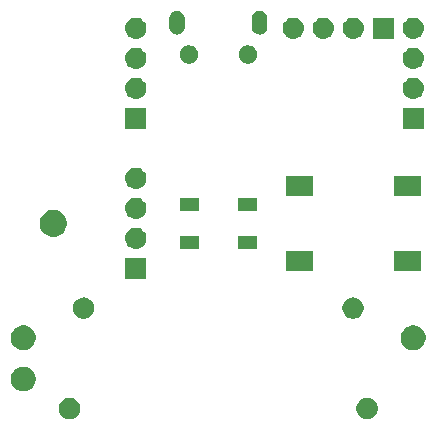
<source format=gbr>
G04 #@! TF.GenerationSoftware,KiCad,Pcbnew,5.1.2-f72e74a~84~ubuntu16.04.1*
G04 #@! TF.CreationDate,2019-07-14T12:51:28-04:00*
G04 #@! TF.ProjectId,radiance_controller,72616469-616e-4636-955f-636f6e74726f,rev?*
G04 #@! TF.SameCoordinates,Original*
G04 #@! TF.FileFunction,Soldermask,Top*
G04 #@! TF.FilePolarity,Negative*
%FSLAX46Y46*%
G04 Gerber Fmt 4.6, Leading zero omitted, Abs format (unit mm)*
G04 Created by KiCad (PCBNEW 5.1.2-f72e74a~84~ubuntu16.04.1) date 2019-07-14 12:51:28*
%MOMM*%
%LPD*%
G04 APERTURE LIST*
%ADD10C,0.100000*%
G04 APERTURE END LIST*
D10*
G36*
X81293512Y-83998927D02*
G01*
X81442812Y-84028624D01*
X81606784Y-84096544D01*
X81754354Y-84195147D01*
X81879853Y-84320646D01*
X81978456Y-84468216D01*
X82046376Y-84632188D01*
X82081000Y-84806259D01*
X82081000Y-84983741D01*
X82046376Y-85157812D01*
X81978456Y-85321784D01*
X81879853Y-85469354D01*
X81754354Y-85594853D01*
X81606784Y-85693456D01*
X81442812Y-85761376D01*
X81293512Y-85791073D01*
X81268742Y-85796000D01*
X81091258Y-85796000D01*
X81066488Y-85791073D01*
X80917188Y-85761376D01*
X80753216Y-85693456D01*
X80605646Y-85594853D01*
X80480147Y-85469354D01*
X80381544Y-85321784D01*
X80313624Y-85157812D01*
X80279000Y-84983741D01*
X80279000Y-84806259D01*
X80313624Y-84632188D01*
X80381544Y-84468216D01*
X80480147Y-84320646D01*
X80605646Y-84195147D01*
X80753216Y-84096544D01*
X80917188Y-84028624D01*
X81066488Y-83998927D01*
X81091258Y-83994000D01*
X81268742Y-83994000D01*
X81293512Y-83998927D01*
X81293512Y-83998927D01*
G37*
G36*
X56093512Y-83998927D02*
G01*
X56242812Y-84028624D01*
X56406784Y-84096544D01*
X56554354Y-84195147D01*
X56679853Y-84320646D01*
X56778456Y-84468216D01*
X56846376Y-84632188D01*
X56881000Y-84806259D01*
X56881000Y-84983741D01*
X56846376Y-85157812D01*
X56778456Y-85321784D01*
X56679853Y-85469354D01*
X56554354Y-85594853D01*
X56406784Y-85693456D01*
X56242812Y-85761376D01*
X56093512Y-85791073D01*
X56068742Y-85796000D01*
X55891258Y-85796000D01*
X55866488Y-85791073D01*
X55717188Y-85761376D01*
X55553216Y-85693456D01*
X55405646Y-85594853D01*
X55280147Y-85469354D01*
X55181544Y-85321784D01*
X55113624Y-85157812D01*
X55079000Y-84983741D01*
X55079000Y-84806259D01*
X55113624Y-84632188D01*
X55181544Y-84468216D01*
X55280147Y-84320646D01*
X55405646Y-84195147D01*
X55553216Y-84096544D01*
X55717188Y-84028624D01*
X55866488Y-83998927D01*
X55891258Y-83994000D01*
X56068742Y-83994000D01*
X56093512Y-83998927D01*
X56093512Y-83998927D01*
G37*
G36*
X52386564Y-81384389D02*
G01*
X52577833Y-81463615D01*
X52577835Y-81463616D01*
X52749973Y-81578635D01*
X52896365Y-81725027D01*
X53011385Y-81897167D01*
X53090611Y-82088436D01*
X53131000Y-82291484D01*
X53131000Y-82498516D01*
X53090611Y-82701564D01*
X53011385Y-82892833D01*
X53011384Y-82892835D01*
X52896365Y-83064973D01*
X52749973Y-83211365D01*
X52577835Y-83326384D01*
X52577834Y-83326385D01*
X52577833Y-83326385D01*
X52386564Y-83405611D01*
X52183516Y-83446000D01*
X51976484Y-83446000D01*
X51773436Y-83405611D01*
X51582167Y-83326385D01*
X51582166Y-83326385D01*
X51582165Y-83326384D01*
X51410027Y-83211365D01*
X51263635Y-83064973D01*
X51148616Y-82892835D01*
X51148615Y-82892833D01*
X51069389Y-82701564D01*
X51029000Y-82498516D01*
X51029000Y-82291484D01*
X51069389Y-82088436D01*
X51148615Y-81897167D01*
X51263635Y-81725027D01*
X51410027Y-81578635D01*
X51582165Y-81463616D01*
X51582167Y-81463615D01*
X51773436Y-81384389D01*
X51976484Y-81344000D01*
X52183516Y-81344000D01*
X52386564Y-81384389D01*
X52386564Y-81384389D01*
G37*
G36*
X52386564Y-77884389D02*
G01*
X52577833Y-77963615D01*
X52577835Y-77963616D01*
X52749973Y-78078635D01*
X52896365Y-78225027D01*
X53011385Y-78397167D01*
X53090611Y-78588436D01*
X53131000Y-78791484D01*
X53131000Y-78998516D01*
X53090611Y-79201564D01*
X53011385Y-79392833D01*
X53011384Y-79392835D01*
X52896365Y-79564973D01*
X52749973Y-79711365D01*
X52577835Y-79826384D01*
X52577834Y-79826385D01*
X52577833Y-79826385D01*
X52386564Y-79905611D01*
X52183516Y-79946000D01*
X51976484Y-79946000D01*
X51773436Y-79905611D01*
X51582167Y-79826385D01*
X51582166Y-79826385D01*
X51582165Y-79826384D01*
X51410027Y-79711365D01*
X51263635Y-79564973D01*
X51148616Y-79392835D01*
X51148615Y-79392833D01*
X51069389Y-79201564D01*
X51029000Y-78998516D01*
X51029000Y-78791484D01*
X51069389Y-78588436D01*
X51148615Y-78397167D01*
X51263635Y-78225027D01*
X51410027Y-78078635D01*
X51582165Y-77963616D01*
X51582167Y-77963615D01*
X51773436Y-77884389D01*
X51976484Y-77844000D01*
X52183516Y-77844000D01*
X52386564Y-77884389D01*
X52386564Y-77884389D01*
G37*
G36*
X85386564Y-77884389D02*
G01*
X85577833Y-77963615D01*
X85577835Y-77963616D01*
X85749973Y-78078635D01*
X85896365Y-78225027D01*
X86011385Y-78397167D01*
X86090611Y-78588436D01*
X86131000Y-78791484D01*
X86131000Y-78998516D01*
X86090611Y-79201564D01*
X86011385Y-79392833D01*
X86011384Y-79392835D01*
X85896365Y-79564973D01*
X85749973Y-79711365D01*
X85577835Y-79826384D01*
X85577834Y-79826385D01*
X85577833Y-79826385D01*
X85386564Y-79905611D01*
X85183516Y-79946000D01*
X84976484Y-79946000D01*
X84773436Y-79905611D01*
X84582167Y-79826385D01*
X84582166Y-79826385D01*
X84582165Y-79826384D01*
X84410027Y-79711365D01*
X84263635Y-79564973D01*
X84148616Y-79392835D01*
X84148615Y-79392833D01*
X84069389Y-79201564D01*
X84029000Y-78998516D01*
X84029000Y-78791484D01*
X84069389Y-78588436D01*
X84148615Y-78397167D01*
X84263635Y-78225027D01*
X84410027Y-78078635D01*
X84582165Y-77963616D01*
X84582167Y-77963615D01*
X84773436Y-77884389D01*
X84976484Y-77844000D01*
X85183516Y-77844000D01*
X85386564Y-77884389D01*
X85386564Y-77884389D01*
G37*
G36*
X80093512Y-75498927D02*
G01*
X80242812Y-75528624D01*
X80406784Y-75596544D01*
X80554354Y-75695147D01*
X80679853Y-75820646D01*
X80778456Y-75968216D01*
X80846376Y-76132188D01*
X80881000Y-76306259D01*
X80881000Y-76483741D01*
X80846376Y-76657812D01*
X80778456Y-76821784D01*
X80679853Y-76969354D01*
X80554354Y-77094853D01*
X80406784Y-77193456D01*
X80242812Y-77261376D01*
X80093512Y-77291073D01*
X80068742Y-77296000D01*
X79891258Y-77296000D01*
X79866488Y-77291073D01*
X79717188Y-77261376D01*
X79553216Y-77193456D01*
X79405646Y-77094853D01*
X79280147Y-76969354D01*
X79181544Y-76821784D01*
X79113624Y-76657812D01*
X79079000Y-76483741D01*
X79079000Y-76306259D01*
X79113624Y-76132188D01*
X79181544Y-75968216D01*
X79280147Y-75820646D01*
X79405646Y-75695147D01*
X79553216Y-75596544D01*
X79717188Y-75528624D01*
X79866488Y-75498927D01*
X79891258Y-75494000D01*
X80068742Y-75494000D01*
X80093512Y-75498927D01*
X80093512Y-75498927D01*
G37*
G36*
X57293512Y-75498927D02*
G01*
X57442812Y-75528624D01*
X57606784Y-75596544D01*
X57754354Y-75695147D01*
X57879853Y-75820646D01*
X57978456Y-75968216D01*
X58046376Y-76132188D01*
X58081000Y-76306259D01*
X58081000Y-76483741D01*
X58046376Y-76657812D01*
X57978456Y-76821784D01*
X57879853Y-76969354D01*
X57754354Y-77094853D01*
X57606784Y-77193456D01*
X57442812Y-77261376D01*
X57293512Y-77291073D01*
X57268742Y-77296000D01*
X57091258Y-77296000D01*
X57066488Y-77291073D01*
X56917188Y-77261376D01*
X56753216Y-77193456D01*
X56605646Y-77094853D01*
X56480147Y-76969354D01*
X56381544Y-76821784D01*
X56313624Y-76657812D01*
X56279000Y-76483741D01*
X56279000Y-76306259D01*
X56313624Y-76132188D01*
X56381544Y-75968216D01*
X56480147Y-75820646D01*
X56605646Y-75695147D01*
X56753216Y-75596544D01*
X56917188Y-75528624D01*
X57066488Y-75498927D01*
X57091258Y-75494000D01*
X57268742Y-75494000D01*
X57293512Y-75498927D01*
X57293512Y-75498927D01*
G37*
G36*
X62496000Y-73926000D02*
G01*
X60694000Y-73926000D01*
X60694000Y-72124000D01*
X62496000Y-72124000D01*
X62496000Y-73926000D01*
X62496000Y-73926000D01*
G37*
G36*
X76561000Y-73241000D02*
G01*
X74279000Y-73241000D01*
X74279000Y-71539000D01*
X76561000Y-71539000D01*
X76561000Y-73241000D01*
X76561000Y-73241000D01*
G37*
G36*
X85741000Y-73241000D02*
G01*
X83459000Y-73241000D01*
X83459000Y-71539000D01*
X85741000Y-71539000D01*
X85741000Y-73241000D01*
X85741000Y-73241000D01*
G37*
G36*
X61705442Y-69590518D02*
G01*
X61771627Y-69597037D01*
X61941466Y-69648557D01*
X62097991Y-69732222D01*
X62132083Y-69760201D01*
X62235186Y-69844814D01*
X62318448Y-69946271D01*
X62347778Y-69982009D01*
X62431443Y-70138534D01*
X62482963Y-70308373D01*
X62500359Y-70485000D01*
X62482963Y-70661627D01*
X62431443Y-70831466D01*
X62347778Y-70987991D01*
X62318448Y-71023729D01*
X62235186Y-71125186D01*
X62133729Y-71208448D01*
X62097991Y-71237778D01*
X61941466Y-71321443D01*
X61771627Y-71372963D01*
X61705442Y-71379482D01*
X61639260Y-71386000D01*
X61550740Y-71386000D01*
X61484558Y-71379482D01*
X61418373Y-71372963D01*
X61248534Y-71321443D01*
X61092009Y-71237778D01*
X61056271Y-71208448D01*
X60954814Y-71125186D01*
X60871552Y-71023729D01*
X60842222Y-70987991D01*
X60758557Y-70831466D01*
X60707037Y-70661627D01*
X60689641Y-70485000D01*
X60707037Y-70308373D01*
X60758557Y-70138534D01*
X60842222Y-69982009D01*
X60871552Y-69946271D01*
X60954814Y-69844814D01*
X61057917Y-69760201D01*
X61092009Y-69732222D01*
X61248534Y-69648557D01*
X61418373Y-69597037D01*
X61484558Y-69590518D01*
X61550740Y-69584000D01*
X61639260Y-69584000D01*
X61705442Y-69590518D01*
X61705442Y-69590518D01*
G37*
G36*
X66931000Y-71366000D02*
G01*
X65329000Y-71366000D01*
X65329000Y-70264000D01*
X66931000Y-70264000D01*
X66931000Y-71366000D01*
X66931000Y-71366000D01*
G37*
G36*
X71831000Y-71366000D02*
G01*
X70229000Y-71366000D01*
X70229000Y-70264000D01*
X71831000Y-70264000D01*
X71831000Y-71366000D01*
X71831000Y-71366000D01*
G37*
G36*
X54834549Y-68086116D02*
G01*
X54945734Y-68108232D01*
X55155203Y-68194997D01*
X55343720Y-68320960D01*
X55504040Y-68481280D01*
X55630003Y-68669797D01*
X55716768Y-68879266D01*
X55761000Y-69101636D01*
X55761000Y-69328364D01*
X55716768Y-69550734D01*
X55630003Y-69760203D01*
X55504040Y-69948720D01*
X55343720Y-70109040D01*
X55155203Y-70235003D01*
X54945734Y-70321768D01*
X54834549Y-70343884D01*
X54723365Y-70366000D01*
X54496635Y-70366000D01*
X54385451Y-70343884D01*
X54274266Y-70321768D01*
X54064797Y-70235003D01*
X53876280Y-70109040D01*
X53715960Y-69948720D01*
X53589997Y-69760203D01*
X53503232Y-69550734D01*
X53459000Y-69328364D01*
X53459000Y-69101636D01*
X53503232Y-68879266D01*
X53589997Y-68669797D01*
X53715960Y-68481280D01*
X53876280Y-68320960D01*
X54064797Y-68194997D01*
X54274266Y-68108232D01*
X54385451Y-68086116D01*
X54496635Y-68064000D01*
X54723365Y-68064000D01*
X54834549Y-68086116D01*
X54834549Y-68086116D01*
G37*
G36*
X61705443Y-67050519D02*
G01*
X61771627Y-67057037D01*
X61941466Y-67108557D01*
X62097991Y-67192222D01*
X62133729Y-67221552D01*
X62235186Y-67304814D01*
X62318448Y-67406271D01*
X62347778Y-67442009D01*
X62431443Y-67598534D01*
X62482963Y-67768373D01*
X62500359Y-67945000D01*
X62482963Y-68121627D01*
X62431443Y-68291466D01*
X62347778Y-68447991D01*
X62320458Y-68481280D01*
X62235186Y-68585186D01*
X62133729Y-68668448D01*
X62097991Y-68697778D01*
X61941466Y-68781443D01*
X61771627Y-68832963D01*
X61705443Y-68839481D01*
X61639260Y-68846000D01*
X61550740Y-68846000D01*
X61484557Y-68839481D01*
X61418373Y-68832963D01*
X61248534Y-68781443D01*
X61092009Y-68697778D01*
X61056271Y-68668448D01*
X60954814Y-68585186D01*
X60869542Y-68481280D01*
X60842222Y-68447991D01*
X60758557Y-68291466D01*
X60707037Y-68121627D01*
X60689641Y-67945000D01*
X60707037Y-67768373D01*
X60758557Y-67598534D01*
X60842222Y-67442009D01*
X60871552Y-67406271D01*
X60954814Y-67304814D01*
X61056271Y-67221552D01*
X61092009Y-67192222D01*
X61248534Y-67108557D01*
X61418373Y-67057037D01*
X61484557Y-67050519D01*
X61550740Y-67044000D01*
X61639260Y-67044000D01*
X61705443Y-67050519D01*
X61705443Y-67050519D01*
G37*
G36*
X66931000Y-68166000D02*
G01*
X65329000Y-68166000D01*
X65329000Y-67064000D01*
X66931000Y-67064000D01*
X66931000Y-68166000D01*
X66931000Y-68166000D01*
G37*
G36*
X71831000Y-68166000D02*
G01*
X70229000Y-68166000D01*
X70229000Y-67064000D01*
X71831000Y-67064000D01*
X71831000Y-68166000D01*
X71831000Y-68166000D01*
G37*
G36*
X76561000Y-66891000D02*
G01*
X74279000Y-66891000D01*
X74279000Y-65189000D01*
X76561000Y-65189000D01*
X76561000Y-66891000D01*
X76561000Y-66891000D01*
G37*
G36*
X85741000Y-66891000D02*
G01*
X83459000Y-66891000D01*
X83459000Y-65189000D01*
X85741000Y-65189000D01*
X85741000Y-66891000D01*
X85741000Y-66891000D01*
G37*
G36*
X61705442Y-64510518D02*
G01*
X61771627Y-64517037D01*
X61941466Y-64568557D01*
X62097991Y-64652222D01*
X62133729Y-64681552D01*
X62235186Y-64764814D01*
X62318448Y-64866271D01*
X62347778Y-64902009D01*
X62431443Y-65058534D01*
X62482963Y-65228373D01*
X62500359Y-65405000D01*
X62482963Y-65581627D01*
X62431443Y-65751466D01*
X62347778Y-65907991D01*
X62318448Y-65943729D01*
X62235186Y-66045186D01*
X62133729Y-66128448D01*
X62097991Y-66157778D01*
X61941466Y-66241443D01*
X61771627Y-66292963D01*
X61705443Y-66299481D01*
X61639260Y-66306000D01*
X61550740Y-66306000D01*
X61484557Y-66299481D01*
X61418373Y-66292963D01*
X61248534Y-66241443D01*
X61092009Y-66157778D01*
X61056271Y-66128448D01*
X60954814Y-66045186D01*
X60871552Y-65943729D01*
X60842222Y-65907991D01*
X60758557Y-65751466D01*
X60707037Y-65581627D01*
X60689641Y-65405000D01*
X60707037Y-65228373D01*
X60758557Y-65058534D01*
X60842222Y-64902009D01*
X60871552Y-64866271D01*
X60954814Y-64764814D01*
X61056271Y-64681552D01*
X61092009Y-64652222D01*
X61248534Y-64568557D01*
X61418373Y-64517037D01*
X61484558Y-64510518D01*
X61550740Y-64504000D01*
X61639260Y-64504000D01*
X61705442Y-64510518D01*
X61705442Y-64510518D01*
G37*
G36*
X85991000Y-61226000D02*
G01*
X84189000Y-61226000D01*
X84189000Y-59424000D01*
X85991000Y-59424000D01*
X85991000Y-61226000D01*
X85991000Y-61226000D01*
G37*
G36*
X62496000Y-61226000D02*
G01*
X60694000Y-61226000D01*
X60694000Y-59424000D01*
X62496000Y-59424000D01*
X62496000Y-61226000D01*
X62496000Y-61226000D01*
G37*
G36*
X85200442Y-56890518D02*
G01*
X85266627Y-56897037D01*
X85436466Y-56948557D01*
X85592991Y-57032222D01*
X85628729Y-57061552D01*
X85730186Y-57144814D01*
X85813448Y-57246271D01*
X85842778Y-57282009D01*
X85926443Y-57438534D01*
X85977963Y-57608373D01*
X85995359Y-57785000D01*
X85977963Y-57961627D01*
X85926443Y-58131466D01*
X85842778Y-58287991D01*
X85813448Y-58323729D01*
X85730186Y-58425186D01*
X85628729Y-58508448D01*
X85592991Y-58537778D01*
X85436466Y-58621443D01*
X85266627Y-58672963D01*
X85200442Y-58679482D01*
X85134260Y-58686000D01*
X85045740Y-58686000D01*
X84979558Y-58679482D01*
X84913373Y-58672963D01*
X84743534Y-58621443D01*
X84587009Y-58537778D01*
X84551271Y-58508448D01*
X84449814Y-58425186D01*
X84366552Y-58323729D01*
X84337222Y-58287991D01*
X84253557Y-58131466D01*
X84202037Y-57961627D01*
X84184641Y-57785000D01*
X84202037Y-57608373D01*
X84253557Y-57438534D01*
X84337222Y-57282009D01*
X84366552Y-57246271D01*
X84449814Y-57144814D01*
X84551271Y-57061552D01*
X84587009Y-57032222D01*
X84743534Y-56948557D01*
X84913373Y-56897037D01*
X84979558Y-56890518D01*
X85045740Y-56884000D01*
X85134260Y-56884000D01*
X85200442Y-56890518D01*
X85200442Y-56890518D01*
G37*
G36*
X61705442Y-56890518D02*
G01*
X61771627Y-56897037D01*
X61941466Y-56948557D01*
X62097991Y-57032222D01*
X62133729Y-57061552D01*
X62235186Y-57144814D01*
X62318448Y-57246271D01*
X62347778Y-57282009D01*
X62431443Y-57438534D01*
X62482963Y-57608373D01*
X62500359Y-57785000D01*
X62482963Y-57961627D01*
X62431443Y-58131466D01*
X62347778Y-58287991D01*
X62318448Y-58323729D01*
X62235186Y-58425186D01*
X62133729Y-58508448D01*
X62097991Y-58537778D01*
X61941466Y-58621443D01*
X61771627Y-58672963D01*
X61705442Y-58679482D01*
X61639260Y-58686000D01*
X61550740Y-58686000D01*
X61484558Y-58679482D01*
X61418373Y-58672963D01*
X61248534Y-58621443D01*
X61092009Y-58537778D01*
X61056271Y-58508448D01*
X60954814Y-58425186D01*
X60871552Y-58323729D01*
X60842222Y-58287991D01*
X60758557Y-58131466D01*
X60707037Y-57961627D01*
X60689641Y-57785000D01*
X60707037Y-57608373D01*
X60758557Y-57438534D01*
X60842222Y-57282009D01*
X60871552Y-57246271D01*
X60954814Y-57144814D01*
X61056271Y-57061552D01*
X61092009Y-57032222D01*
X61248534Y-56948557D01*
X61418373Y-56897037D01*
X61484558Y-56890518D01*
X61550740Y-56884000D01*
X61639260Y-56884000D01*
X61705442Y-56890518D01*
X61705442Y-56890518D01*
G37*
G36*
X61705442Y-54350518D02*
G01*
X61771627Y-54357037D01*
X61941466Y-54408557D01*
X62097991Y-54492222D01*
X62133729Y-54521552D01*
X62235186Y-54604814D01*
X62315886Y-54703149D01*
X62347778Y-54742009D01*
X62431443Y-54898534D01*
X62482963Y-55068373D01*
X62500359Y-55245000D01*
X62482963Y-55421627D01*
X62431443Y-55591466D01*
X62347778Y-55747991D01*
X62318448Y-55783729D01*
X62235186Y-55885186D01*
X62133729Y-55968448D01*
X62097991Y-55997778D01*
X61941466Y-56081443D01*
X61771627Y-56132963D01*
X61705443Y-56139481D01*
X61639260Y-56146000D01*
X61550740Y-56146000D01*
X61484557Y-56139481D01*
X61418373Y-56132963D01*
X61248534Y-56081443D01*
X61092009Y-55997778D01*
X61056271Y-55968448D01*
X60954814Y-55885186D01*
X60871552Y-55783729D01*
X60842222Y-55747991D01*
X60758557Y-55591466D01*
X60707037Y-55421627D01*
X60689641Y-55245000D01*
X60707037Y-55068373D01*
X60758557Y-54898534D01*
X60842222Y-54742009D01*
X60874114Y-54703149D01*
X60954814Y-54604814D01*
X61056271Y-54521552D01*
X61092009Y-54492222D01*
X61248534Y-54408557D01*
X61418373Y-54357037D01*
X61484558Y-54350518D01*
X61550740Y-54344000D01*
X61639260Y-54344000D01*
X61705442Y-54350518D01*
X61705442Y-54350518D01*
G37*
G36*
X85200442Y-54350518D02*
G01*
X85266627Y-54357037D01*
X85436466Y-54408557D01*
X85592991Y-54492222D01*
X85628729Y-54521552D01*
X85730186Y-54604814D01*
X85810886Y-54703149D01*
X85842778Y-54742009D01*
X85926443Y-54898534D01*
X85977963Y-55068373D01*
X85995359Y-55245000D01*
X85977963Y-55421627D01*
X85926443Y-55591466D01*
X85842778Y-55747991D01*
X85813448Y-55783729D01*
X85730186Y-55885186D01*
X85628729Y-55968448D01*
X85592991Y-55997778D01*
X85436466Y-56081443D01*
X85266627Y-56132963D01*
X85200443Y-56139481D01*
X85134260Y-56146000D01*
X85045740Y-56146000D01*
X84979557Y-56139481D01*
X84913373Y-56132963D01*
X84743534Y-56081443D01*
X84587009Y-55997778D01*
X84551271Y-55968448D01*
X84449814Y-55885186D01*
X84366552Y-55783729D01*
X84337222Y-55747991D01*
X84253557Y-55591466D01*
X84202037Y-55421627D01*
X84184641Y-55245000D01*
X84202037Y-55068373D01*
X84253557Y-54898534D01*
X84337222Y-54742009D01*
X84369114Y-54703149D01*
X84449814Y-54604814D01*
X84551271Y-54521552D01*
X84587009Y-54492222D01*
X84743534Y-54408557D01*
X84913373Y-54357037D01*
X84979558Y-54350518D01*
X85045740Y-54344000D01*
X85134260Y-54344000D01*
X85200442Y-54350518D01*
X85200442Y-54350518D01*
G37*
G36*
X66306348Y-54183320D02*
G01*
X66306350Y-54183321D01*
X66306351Y-54183321D01*
X66447574Y-54241817D01*
X66447577Y-54241819D01*
X66574669Y-54326739D01*
X66682761Y-54434831D01*
X66721108Y-54492222D01*
X66767683Y-54561926D01*
X66826179Y-54703149D01*
X66826180Y-54703152D01*
X66856000Y-54853069D01*
X66856000Y-55005931D01*
X66843580Y-55068373D01*
X66826179Y-55155851D01*
X66767683Y-55297074D01*
X66767681Y-55297077D01*
X66682761Y-55424169D01*
X66574669Y-55532261D01*
X66486062Y-55591466D01*
X66447574Y-55617183D01*
X66306351Y-55675679D01*
X66306350Y-55675679D01*
X66306348Y-55675680D01*
X66156431Y-55705500D01*
X66003569Y-55705500D01*
X65853652Y-55675680D01*
X65853650Y-55675679D01*
X65853649Y-55675679D01*
X65712426Y-55617183D01*
X65673938Y-55591466D01*
X65585331Y-55532261D01*
X65477239Y-55424169D01*
X65392319Y-55297077D01*
X65392317Y-55297074D01*
X65333821Y-55155851D01*
X65316421Y-55068373D01*
X65304000Y-55005931D01*
X65304000Y-54853069D01*
X65333820Y-54703152D01*
X65333821Y-54703149D01*
X65392317Y-54561926D01*
X65438892Y-54492222D01*
X65477239Y-54434831D01*
X65585331Y-54326739D01*
X65712423Y-54241819D01*
X65712426Y-54241817D01*
X65853649Y-54183321D01*
X65853650Y-54183321D01*
X65853652Y-54183320D01*
X66003569Y-54153500D01*
X66156431Y-54153500D01*
X66306348Y-54183320D01*
X66306348Y-54183320D01*
G37*
G36*
X71306348Y-54183320D02*
G01*
X71306350Y-54183321D01*
X71306351Y-54183321D01*
X71447574Y-54241817D01*
X71447577Y-54241819D01*
X71574669Y-54326739D01*
X71682761Y-54434831D01*
X71721108Y-54492222D01*
X71767683Y-54561926D01*
X71826179Y-54703149D01*
X71826180Y-54703152D01*
X71856000Y-54853069D01*
X71856000Y-55005931D01*
X71843580Y-55068373D01*
X71826179Y-55155851D01*
X71767683Y-55297074D01*
X71767681Y-55297077D01*
X71682761Y-55424169D01*
X71574669Y-55532261D01*
X71486062Y-55591466D01*
X71447574Y-55617183D01*
X71306351Y-55675679D01*
X71306350Y-55675679D01*
X71306348Y-55675680D01*
X71156431Y-55705500D01*
X71003569Y-55705500D01*
X70853652Y-55675680D01*
X70853650Y-55675679D01*
X70853649Y-55675679D01*
X70712426Y-55617183D01*
X70673938Y-55591466D01*
X70585331Y-55532261D01*
X70477239Y-55424169D01*
X70392319Y-55297077D01*
X70392317Y-55297074D01*
X70333821Y-55155851D01*
X70316421Y-55068373D01*
X70304000Y-55005931D01*
X70304000Y-54853069D01*
X70333820Y-54703152D01*
X70333821Y-54703149D01*
X70392317Y-54561926D01*
X70438892Y-54492222D01*
X70477239Y-54434831D01*
X70585331Y-54326739D01*
X70712423Y-54241819D01*
X70712426Y-54241817D01*
X70853649Y-54183321D01*
X70853650Y-54183321D01*
X70853652Y-54183320D01*
X71003569Y-54153500D01*
X71156431Y-54153500D01*
X71306348Y-54183320D01*
X71306348Y-54183320D01*
G37*
G36*
X61705442Y-51810518D02*
G01*
X61771627Y-51817037D01*
X61941466Y-51868557D01*
X62097991Y-51952222D01*
X62133729Y-51981552D01*
X62235186Y-52064814D01*
X62318448Y-52166271D01*
X62347778Y-52202009D01*
X62431443Y-52358534D01*
X62482963Y-52528373D01*
X62500359Y-52705000D01*
X62482963Y-52881627D01*
X62431443Y-53051466D01*
X62347778Y-53207991D01*
X62337036Y-53221080D01*
X62235186Y-53345186D01*
X62133729Y-53428448D01*
X62097991Y-53457778D01*
X61941466Y-53541443D01*
X61771627Y-53592963D01*
X61705442Y-53599482D01*
X61639260Y-53606000D01*
X61550740Y-53606000D01*
X61484558Y-53599482D01*
X61418373Y-53592963D01*
X61248534Y-53541443D01*
X61092009Y-53457778D01*
X61056271Y-53428448D01*
X60954814Y-53345186D01*
X60852964Y-53221080D01*
X60842222Y-53207991D01*
X60758557Y-53051466D01*
X60707037Y-52881627D01*
X60689641Y-52705000D01*
X60707037Y-52528373D01*
X60758557Y-52358534D01*
X60842222Y-52202009D01*
X60871552Y-52166271D01*
X60954814Y-52064814D01*
X61056271Y-51981552D01*
X61092009Y-51952222D01*
X61248534Y-51868557D01*
X61418373Y-51817037D01*
X61484558Y-51810518D01*
X61550740Y-51804000D01*
X61639260Y-51804000D01*
X61705442Y-51810518D01*
X61705442Y-51810518D01*
G37*
G36*
X85200442Y-51810518D02*
G01*
X85266627Y-51817037D01*
X85436466Y-51868557D01*
X85592991Y-51952222D01*
X85628729Y-51981552D01*
X85730186Y-52064814D01*
X85813448Y-52166271D01*
X85842778Y-52202009D01*
X85926443Y-52358534D01*
X85977963Y-52528373D01*
X85995359Y-52705000D01*
X85977963Y-52881627D01*
X85926443Y-53051466D01*
X85842778Y-53207991D01*
X85832036Y-53221080D01*
X85730186Y-53345186D01*
X85628729Y-53428448D01*
X85592991Y-53457778D01*
X85436466Y-53541443D01*
X85266627Y-53592963D01*
X85200442Y-53599482D01*
X85134260Y-53606000D01*
X85045740Y-53606000D01*
X84979558Y-53599482D01*
X84913373Y-53592963D01*
X84743534Y-53541443D01*
X84587009Y-53457778D01*
X84551271Y-53428448D01*
X84449814Y-53345186D01*
X84347964Y-53221080D01*
X84337222Y-53207991D01*
X84253557Y-53051466D01*
X84202037Y-52881627D01*
X84184641Y-52705000D01*
X84202037Y-52528373D01*
X84253557Y-52358534D01*
X84337222Y-52202009D01*
X84366552Y-52166271D01*
X84449814Y-52064814D01*
X84551271Y-51981552D01*
X84587009Y-51952222D01*
X84743534Y-51868557D01*
X84913373Y-51817037D01*
X84979558Y-51810518D01*
X85045740Y-51804000D01*
X85134260Y-51804000D01*
X85200442Y-51810518D01*
X85200442Y-51810518D01*
G37*
G36*
X83451000Y-53606000D02*
G01*
X81649000Y-53606000D01*
X81649000Y-51804000D01*
X83451000Y-51804000D01*
X83451000Y-53606000D01*
X83451000Y-53606000D01*
G37*
G36*
X80120442Y-51810518D02*
G01*
X80186627Y-51817037D01*
X80356466Y-51868557D01*
X80512991Y-51952222D01*
X80548729Y-51981552D01*
X80650186Y-52064814D01*
X80733448Y-52166271D01*
X80762778Y-52202009D01*
X80846443Y-52358534D01*
X80897963Y-52528373D01*
X80915359Y-52705000D01*
X80897963Y-52881627D01*
X80846443Y-53051466D01*
X80762778Y-53207991D01*
X80752036Y-53221080D01*
X80650186Y-53345186D01*
X80548729Y-53428448D01*
X80512991Y-53457778D01*
X80356466Y-53541443D01*
X80186627Y-53592963D01*
X80120442Y-53599482D01*
X80054260Y-53606000D01*
X79965740Y-53606000D01*
X79899558Y-53599482D01*
X79833373Y-53592963D01*
X79663534Y-53541443D01*
X79507009Y-53457778D01*
X79471271Y-53428448D01*
X79369814Y-53345186D01*
X79267964Y-53221080D01*
X79257222Y-53207991D01*
X79173557Y-53051466D01*
X79122037Y-52881627D01*
X79104641Y-52705000D01*
X79122037Y-52528373D01*
X79173557Y-52358534D01*
X79257222Y-52202009D01*
X79286552Y-52166271D01*
X79369814Y-52064814D01*
X79471271Y-51981552D01*
X79507009Y-51952222D01*
X79663534Y-51868557D01*
X79833373Y-51817037D01*
X79899558Y-51810518D01*
X79965740Y-51804000D01*
X80054260Y-51804000D01*
X80120442Y-51810518D01*
X80120442Y-51810518D01*
G37*
G36*
X77580442Y-51810518D02*
G01*
X77646627Y-51817037D01*
X77816466Y-51868557D01*
X77972991Y-51952222D01*
X78008729Y-51981552D01*
X78110186Y-52064814D01*
X78193448Y-52166271D01*
X78222778Y-52202009D01*
X78306443Y-52358534D01*
X78357963Y-52528373D01*
X78375359Y-52705000D01*
X78357963Y-52881627D01*
X78306443Y-53051466D01*
X78222778Y-53207991D01*
X78212036Y-53221080D01*
X78110186Y-53345186D01*
X78008729Y-53428448D01*
X77972991Y-53457778D01*
X77816466Y-53541443D01*
X77646627Y-53592963D01*
X77580442Y-53599482D01*
X77514260Y-53606000D01*
X77425740Y-53606000D01*
X77359558Y-53599482D01*
X77293373Y-53592963D01*
X77123534Y-53541443D01*
X76967009Y-53457778D01*
X76931271Y-53428448D01*
X76829814Y-53345186D01*
X76727964Y-53221080D01*
X76717222Y-53207991D01*
X76633557Y-53051466D01*
X76582037Y-52881627D01*
X76564641Y-52705000D01*
X76582037Y-52528373D01*
X76633557Y-52358534D01*
X76717222Y-52202009D01*
X76746552Y-52166271D01*
X76829814Y-52064814D01*
X76931271Y-51981552D01*
X76967009Y-51952222D01*
X77123534Y-51868557D01*
X77293373Y-51817037D01*
X77359558Y-51810518D01*
X77425740Y-51804000D01*
X77514260Y-51804000D01*
X77580442Y-51810518D01*
X77580442Y-51810518D01*
G37*
G36*
X75040442Y-51810518D02*
G01*
X75106627Y-51817037D01*
X75276466Y-51868557D01*
X75432991Y-51952222D01*
X75468729Y-51981552D01*
X75570186Y-52064814D01*
X75653448Y-52166271D01*
X75682778Y-52202009D01*
X75766443Y-52358534D01*
X75817963Y-52528373D01*
X75835359Y-52705000D01*
X75817963Y-52881627D01*
X75766443Y-53051466D01*
X75682778Y-53207991D01*
X75672036Y-53221080D01*
X75570186Y-53345186D01*
X75468729Y-53428448D01*
X75432991Y-53457778D01*
X75276466Y-53541443D01*
X75106627Y-53592963D01*
X75040442Y-53599482D01*
X74974260Y-53606000D01*
X74885740Y-53606000D01*
X74819558Y-53599482D01*
X74753373Y-53592963D01*
X74583534Y-53541443D01*
X74427009Y-53457778D01*
X74391271Y-53428448D01*
X74289814Y-53345186D01*
X74187964Y-53221080D01*
X74177222Y-53207991D01*
X74093557Y-53051466D01*
X74042037Y-52881627D01*
X74024641Y-52705000D01*
X74042037Y-52528373D01*
X74093557Y-52358534D01*
X74177222Y-52202009D01*
X74206552Y-52166271D01*
X74289814Y-52064814D01*
X74391271Y-51981552D01*
X74427009Y-51952222D01*
X74583534Y-51868557D01*
X74753373Y-51817037D01*
X74819558Y-51810518D01*
X74885740Y-51804000D01*
X74974260Y-51804000D01*
X75040442Y-51810518D01*
X75040442Y-51810518D01*
G37*
G36*
X65207618Y-51237920D02*
G01*
X65298404Y-51265460D01*
X65330336Y-51275146D01*
X65443425Y-51335594D01*
X65542554Y-51416946D01*
X65623906Y-51516075D01*
X65684354Y-51629164D01*
X65694040Y-51661096D01*
X65721580Y-51751882D01*
X65731000Y-51847527D01*
X65731000Y-52611473D01*
X65721580Y-52707118D01*
X65694040Y-52797904D01*
X65684354Y-52829836D01*
X65623906Y-52942925D01*
X65542554Y-53042053D01*
X65443424Y-53123406D01*
X65330335Y-53183854D01*
X65298403Y-53193540D01*
X65207617Y-53221080D01*
X65080000Y-53233649D01*
X64952382Y-53221080D01*
X64861596Y-53193540D01*
X64829664Y-53183854D01*
X64716575Y-53123406D01*
X64617447Y-53042054D01*
X64536094Y-52942924D01*
X64475646Y-52829835D01*
X64465960Y-52797903D01*
X64438420Y-52707117D01*
X64429000Y-52611472D01*
X64429000Y-51847527D01*
X64438420Y-51751882D01*
X64475645Y-51629168D01*
X64500608Y-51582466D01*
X64536095Y-51516075D01*
X64617447Y-51416946D01*
X64716576Y-51335594D01*
X64829665Y-51275146D01*
X64861597Y-51265460D01*
X64952383Y-51237920D01*
X65080000Y-51225351D01*
X65207618Y-51237920D01*
X65207618Y-51237920D01*
G37*
G36*
X72207617Y-51237920D02*
G01*
X72298403Y-51265460D01*
X72330335Y-51275146D01*
X72443424Y-51335594D01*
X72542554Y-51416947D01*
X72623906Y-51516075D01*
X72684354Y-51629164D01*
X72694040Y-51661096D01*
X72721580Y-51751882D01*
X72731000Y-51847527D01*
X72731000Y-52611473D01*
X72721580Y-52707118D01*
X72694040Y-52797904D01*
X72684354Y-52829836D01*
X72623906Y-52942925D01*
X72542554Y-53042054D01*
X72443425Y-53123406D01*
X72330336Y-53183854D01*
X72298404Y-53193540D01*
X72207618Y-53221080D01*
X72080000Y-53233649D01*
X71952383Y-53221080D01*
X71861597Y-53193540D01*
X71829665Y-53183854D01*
X71716576Y-53123406D01*
X71617447Y-53042054D01*
X71536095Y-52942925D01*
X71475648Y-52829837D01*
X71475645Y-52829832D01*
X71438420Y-52707118D01*
X71429000Y-52611473D01*
X71429000Y-51847528D01*
X71438420Y-51751883D01*
X71475645Y-51629169D01*
X71475646Y-51629165D01*
X71536094Y-51516076D01*
X71617447Y-51416946D01*
X71716575Y-51335594D01*
X71829664Y-51275146D01*
X71861596Y-51265460D01*
X71952382Y-51237920D01*
X72080000Y-51225351D01*
X72207617Y-51237920D01*
X72207617Y-51237920D01*
G37*
M02*

</source>
